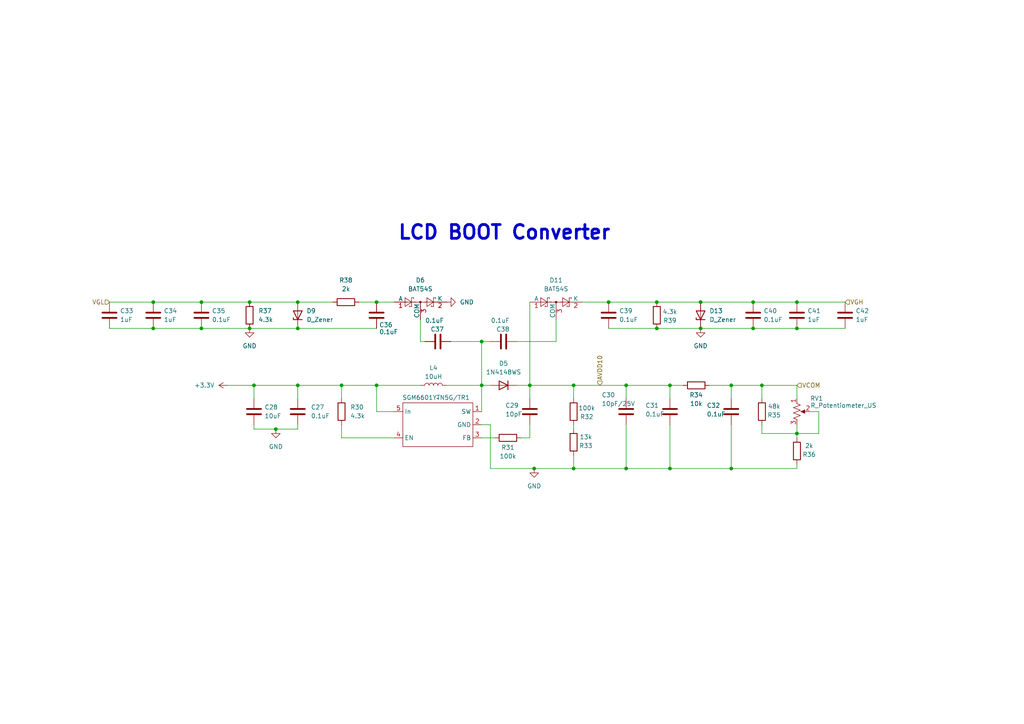
<source format=kicad_sch>
(kicad_sch (version 20231120) (generator "eeschema") (generator_version "8.0")
  (paper "A4")
  (lib_symbols
    (symbol "Device:C" (pin_numbers hide) (pin_names (offset 0.254))
      (property "Reference" "C" (at 0.635 2.54 0))
      (property "Value" "C" (at 0.635 -2.54 0))
      (symbol "C_0_1"
        (polyline (pts (xy -2.032 -0.762) (xy 2.032 -0.762)) (stroke (width 0.508)))
        (polyline (pts (xy -2.032 0.762) (xy 2.032 0.762)) (stroke (width 0.508)))
      )
      (symbol "C_1_1"
        (pin passive line (at 0 3.81 270) (length 2.794) (name "~") (number "1"))
        (pin passive line (at 0 -3.81 90) (length 2.794) (name "~") (number "2"))
      )
    )
    (symbol "Device:D_Zener" (pin_numbers hide) (pin_names (offset 1.016) hide)
      (property "Reference" "D" (at 0 2.54 0))
      (property "Value" "D_Zener" (at 0 -2.54 0))
      (symbol "D_Zener_0_1"
        (polyline (pts (xy 1.27 0) (xy -1.27 0)))
        (polyline (pts (xy -1.27 -1.27) (xy -1.27 1.27) (xy -0.762 1.27)) (stroke (width 0.254)))
        (polyline (pts (xy 1.27 -1.27) (xy 1.27 1.27) (xy -1.27 0) (xy 1.27 -1.27)) (stroke (width 0.254)))
      )
      (symbol "D_Zener_1_1"
        (pin passive line (at -3.81 0 0) (length 2.54) (name "K") (number "1"))
        (pin passive line (at 3.81 0 180) (length 2.54) (name "A") (number "2"))
      )
    )
    (symbol "Device:L" (pin_numbers hide) (pin_names (offset 1.016) hide)
      (property "Reference" "L" (at -1.27 0 90))
      (property "Value" "L" (at 1.905 0 90))
      (symbol "L_0_1"
        (arc (start 0 -2.54) (mid 0.6323 -1.905) (end 0 -1.27))
        (arc (start 0 -1.27) (mid 0.6323 -0.635) (end 0 0))
        (arc (start 0 0) (mid 0.6323 0.635) (end 0 1.27))
        (arc (start 0 1.27) (mid 0.6323 1.905) (end 0 2.54))
      )
      (symbol "L_1_1"
        (pin passive line (at 0 3.81 270) (length 1.27) (name "1") (number "1"))
        (pin passive line (at 0 -3.81 90) (length 1.27) (name "2") (number "2"))
      )
    )
    (symbol "Device:R" (pin_numbers hide) (pin_names (offset 0))
      (property "Reference" "R" (at 2.032 0 90))
      (property "Value" "R" (at 0 0 90))
      (symbol "R_0_1"
        (rectangle (start -1.016 -2.54) (end 1.016 2.54) (stroke (width 0.254)))
      )
      (symbol "R_1_1"
        (pin passive line (at 0 3.81 270) (length 1.27) (name "~") (number "1"))
        (pin passive line (at 0 -3.81 90) (length 1.27) (name "~") (number "2"))
      )
    )
    (symbol "Device:R_Potentiometer_US" (pin_names (offset 1.016) hide)
      (property "Reference" "RV" (at -4.445 0 90))
      (property "Value" "R_Potentiometer_US" (at -2.54 0 90))
      (symbol "R_Potentiometer_US_0_1"
        (polyline (pts (xy 0 -2.286) (xy 0 -2.54)))
        (polyline (pts (xy 0 2.54) (xy 0 2.286)))
        (polyline (pts (xy 2.54 0) (xy 1.524 0)))
        (polyline (pts (xy 1.143 0) (xy 2.286 0.508) (xy 2.286 -0.508) (xy 1.143 0)) (fill (type outline)))
        (polyline (pts (xy 0 -0.762) (xy 1.016 -1.143) (xy 0 -1.524) (xy -1.016 -1.905) (xy 0 -2.286)))
        (polyline (pts (xy 0 0.762) (xy 1.016 0.381) (xy 0 0) (xy -1.016 -0.381) (xy 0 -0.762)))
        (polyline (pts (xy 0 2.286) (xy 1.016 1.905) (xy 0 1.524) (xy -1.016 1.143) (xy 0 0.762)))
      )
      (symbol "R_Potentiometer_US_1_1"
        (pin passive line (at 0 3.81 270) (length 1.27) (name "1") (number "1"))
        (pin passive line (at 3.81 0 180) (length 1.27) (name "2") (number "2"))
        (pin passive line (at 0 -3.81 90) (length 1.27) (name "3") (number "3"))
      )
    )
    (symbol "Diode:1N4148WS" (pin_numbers hide) (pin_names hide)
      (property "Reference" "D" (at 0 2.54 0))
      (property "Value" "1N4148WS" (at 0 -2.54 0))
      (symbol "1N4148WS_0_1"
        (polyline (pts (xy -1.27 1.27) (xy -1.27 -1.27)) (stroke (width 0.254)))
        (polyline (pts (xy 1.27 0) (xy -1.27 0)))
        (polyline (pts (xy 1.27 1.27) (xy 1.27 -1.27) (xy -1.27 0) (xy 1.27 1.27)) (stroke (width 0.254)))
      )
      (symbol "1N4148WS_1_1"
        (pin passive line (at -3.81 0 0) (length 2.54) (name "K") (number "1"))
        (pin passive line (at 3.81 0 180) (length 2.54) (name "A") (number "2"))
      )
    )
    (symbol "Diode:BAT54S" (pin_names (offset 0))
      (property "Reference" "D" (at 2.54 -5.08 0))
      (property "Value" "BAT54S" (at -6.35 3.175 0))
      (symbol "BAT54S_0_1"
        (polyline (pts (xy -3.81 0) (xy -1.27 0)))
        (polyline (pts (xy -3.175 -1.27) (xy -3.175 -1.016)))
        (polyline (pts (xy -2.54 -1.27) (xy -3.175 -1.27)))
        (polyline (pts (xy -2.54 -1.27) (xy -2.54 1.27)))
        (polyline (pts (xy -2.54 1.27) (xy -1.905 1.27)))
        (polyline (pts (xy -1.905 0) (xy 1.905 0)))
        (polyline (pts (xy -1.905 1.27) (xy -1.905 1.016)))
        (polyline (pts (xy 1.27 0) (xy 3.81 0)))
        (polyline (pts (xy 3.175 -1.27) (xy 3.175 -1.016)))
        (polyline (pts (xy 3.81 -1.27) (xy 3.175 -1.27)))
        (polyline (pts (xy 3.81 -1.27) (xy 3.81 1.27)))
        (polyline (pts (xy 3.81 1.27) (xy 4.445 1.27)))
        (polyline (pts (xy 4.445 1.27) (xy 4.445 1.016)))
        (polyline (pts (xy -4.445 1.27) (xy -4.445 -1.27) (xy -2.54 0) (xy -4.445 1.27)))
        (polyline (pts (xy 1.905 1.27) (xy 1.905 -1.27) (xy 3.81 0) (xy 1.905 1.27)))
        (circle (center 0 0) (radius 0.254) (fill (type outline)))
      )
      (symbol "BAT54S_1_1"
        (pin passive line (at -7.62 0 0) (length 3.81) (name "A") (number "1"))
        (pin passive line (at 7.62 0 180) (length 3.81) (name "K") (number "2"))
        (pin passive line (at 0 -5.08 90) (length 5.08) (name "COM") (number "3"))
      )
    )
    (symbol "boot converter-LCD:SGM6601YTN5G/TR"
      (property "Reference" "SGM6601YTN5G/TR" (at 0 2.286 0))
      (symbol "SGM6601YTN5G/TR_0_1"
        (rectangle (start -10.16 0) (end 10.16 -12.7))
      )
      (symbol "SGM6601YTN5G/TR_1_1"
        (pin input line (at 12.7 -2.54 180) (length 2.54) (name "SW") (number "1"))
        (pin input line (at 12.7 -6.35 180) (length 2.54) (name "GND") (number "2"))
        (pin input line (at 12.7 -10.16 180) (length 2.54) (name "FB") (number "3"))
        (pin input line (at -12.7 -10.16 0) (length 2.54) (name "EN") (number "4"))
        (pin input line (at -12.7 -2.54 0) (length 2.54) (name "In") (number "5"))
      )
    )
    (symbol "power:+3.3V" (power) (pin_numbers hide) (pin_names (offset 0) hide)
      (property "Value" "+3.3V" (at 0 3.556 0))
      (symbol "+3.3V_0_1"
        (polyline (pts (xy -0.762 1.27) (xy 0 2.54)))
        (polyline (pts (xy 0 0) (xy 0 2.54)))
        (polyline (pts (xy 0 2.54) (xy 0.762 1.27)))
      )
      (symbol "+3.3V_1_1"
        (pin power_in line (at 0 0 90) (length 0) (name "~") (number "1"))
      )
    )
    (symbol "power:GND" (power) (pin_numbers hide) (pin_names (offset 0) hide)
      (property "Value" "GND" (at 0 -3.81 0))
      (symbol "GND_0_1"
        (polyline (pts (xy 0 0) (xy 0 -1.27) (xy 1.27 -1.27) (xy 0 -2.54) (xy -1.27 -1.27) (xy 0 -1.27)))
      )
      (symbol "GND_1_1"
        (pin power_in line (at 0 0 270) (length 0) (name "~") (number "1"))
      )
    )
  )
  (junction (at 181.61 135.89))
  (junction (at 190.5 87.63))
  (junction (at 72.39 87.63))
  (junction (at 153.67 111.76))
  (junction (at 190.5 95.25))
  (junction (at 86.36 87.63))
  (junction (at 99.06 111.76))
  (junction (at 80.01 124.46))
  (junction (at 58.42 95.25))
  (junction (at 212.09 135.89))
  (junction (at 220.98 111.76))
  (junction (at 231.14 87.63))
  (junction (at 231.14 125.73))
  (junction (at 58.42 87.63))
  (junction (at 166.37 111.76))
  (junction (at 212.09 111.76))
  (junction (at 231.14 95.25))
  (junction (at 203.2 95.25))
  (junction (at 73.66 111.76))
  (junction (at 203.2 87.63))
  (junction (at 44.45 95.25))
  (junction (at 154.94 135.89))
  (junction (at 166.37 135.89))
  (junction (at 86.36 111.76))
  (junction (at 176.53 87.63))
  (junction (at 109.22 87.63))
  (junction (at 109.22 111.76))
  (junction (at 194.31 111.76))
  (junction (at 218.44 87.63))
  (junction (at 86.36 95.25))
  (junction (at 44.45 87.63))
  (junction (at 139.7 111.76))
  (junction (at 72.39 95.25))
  (junction (at 194.31 135.89))
  (junction (at 181.61 111.76))
  (junction (at 218.44 95.25))
  (junction (at 139.7 99.06))
  (wire (pts (xy 142.24 123.19) (xy 142.24 135.89)))
  (wire (pts (xy 86.36 87.63) (xy 96.52 87.63)))
  (wire (pts (xy 231.14 134.62) (xy 231.14 135.89)))
  (wire (pts (xy 99.06 111.76) (xy 109.22 111.76)))
  (wire (pts (xy 86.36 111.76) (xy 99.06 111.76)))
  (wire (pts (xy 139.7 111.76) (xy 142.24 111.76)))
  (wire (pts (xy 73.66 123.19) (xy 73.66 124.46)))
  (wire (pts (xy 154.94 135.89) (xy 166.37 135.89)))
  (wire (pts (xy 73.66 124.46) (xy 80.01 124.46)))
  (wire (pts (xy 151.13 127) (xy 153.67 127)))
  (wire (pts (xy 176.53 87.63) (xy 190.5 87.63)))
  (wire (pts (xy 234.95 119.38) (xy 237.49 119.38)))
  (wire (pts (xy 231.14 135.89) (xy 212.09 135.89)))
  (wire (pts (xy 142.24 99.06) (xy 139.7 99.06)))
  (wire (pts (xy 168.91 87.63) (xy 176.53 87.63)))
  (wire (pts (xy 139.7 123.19) (xy 142.24 123.19)))
  (wire (pts (xy 220.98 115.57) (xy 220.98 111.76)))
  (wire (pts (xy 181.61 111.76) (xy 194.31 111.76)))
  (wire (pts (xy 99.06 127) (xy 114.3 127)))
  (wire (pts (xy 31.75 87.63) (xy 44.45 87.63)))
  (wire (pts (xy 153.67 111.76) (xy 166.37 111.76)))
  (wire (pts (xy 166.37 135.89) (xy 181.61 135.89)))
  (wire (pts (xy 220.98 111.76) (xy 231.14 111.76)))
  (wire (pts (xy 58.42 95.25) (xy 72.39 95.25)))
  (wire (pts (xy 129.54 111.76) (xy 139.7 111.76)))
  (wire (pts (xy 176.53 95.25) (xy 190.5 95.25)))
  (wire (pts (xy 212.09 111.76) (xy 212.09 115.57)))
  (wire (pts (xy 181.61 135.89) (xy 194.31 135.89)))
  (wire (pts (xy 139.7 99.06) (xy 139.7 111.76)))
  (wire (pts (xy 86.36 95.25) (xy 109.22 95.25)))
  (wire (pts (xy 203.2 95.25) (xy 218.44 95.25)))
  (wire (pts (xy 44.45 87.63) (xy 58.42 87.63)))
  (wire (pts (xy 231.14 95.25) (xy 245.11 95.25)))
  (wire (pts (xy 99.06 127) (xy 99.06 123.19)))
  (wire (pts (xy 237.49 125.73) (xy 231.14 125.73)))
  (wire (pts (xy 205.74 111.76) (xy 212.09 111.76)))
  (wire (pts (xy 153.67 111.76) (xy 149.86 111.76)))
  (wire (pts (xy 194.31 115.57) (xy 194.31 111.76)))
  (wire (pts (xy 66.04 111.76) (xy 73.66 111.76)))
  (wire (pts (xy 104.14 87.63) (xy 109.22 87.63)))
  (wire (pts (xy 109.22 87.63) (xy 114.3 87.63)))
  (wire (pts (xy 86.36 115.57) (xy 86.36 111.76)))
  (wire (pts (xy 218.44 87.63) (xy 231.14 87.63)))
  (wire (pts (xy 166.37 123.19) (xy 166.37 124.46)))
  (wire (pts (xy 142.24 135.89) (xy 154.94 135.89)))
  (wire (pts (xy 181.61 111.76) (xy 166.37 111.76)))
  (wire (pts (xy 203.2 87.63) (xy 218.44 87.63)))
  (wire (pts (xy 153.67 87.63) (xy 153.67 111.76)))
  (wire (pts (xy 190.5 87.63) (xy 203.2 87.63)))
  (wire (pts (xy 72.39 95.25) (xy 86.36 95.25)))
  (wire (pts (xy 153.67 127) (xy 153.67 123.19)))
  (wire (pts (xy 121.92 99.06) (xy 121.92 92.71)))
  (wire (pts (xy 139.7 111.76) (xy 139.7 119.38)))
  (wire (pts (xy 220.98 111.76) (xy 212.09 111.76)))
  (wire (pts (xy 123.19 99.06) (xy 121.92 99.06)))
  (wire (pts (xy 231.14 125.73) (xy 231.14 123.19)))
  (wire (pts (xy 99.06 115.57) (xy 99.06 111.76)))
  (wire (pts (xy 86.36 124.46) (xy 86.36 123.19)))
  (wire (pts (xy 231.14 127) (xy 231.14 125.73)))
  (wire (pts (xy 73.66 111.76) (xy 73.66 115.57)))
  (wire (pts (xy 109.22 111.76) (xy 121.92 111.76)))
  (wire (pts (xy 114.3 119.38) (xy 109.22 119.38)))
  (wire (pts (xy 237.49 119.38) (xy 237.49 125.73)))
  (wire (pts (xy 181.61 123.19) (xy 181.61 135.89)))
  (wire (pts (xy 212.09 123.19) (xy 212.09 135.89)))
  (wire (pts (xy 190.5 95.25) (xy 203.2 95.25)))
  (wire (pts (xy 194.31 123.19) (xy 194.31 135.89)))
  (wire (pts (xy 181.61 115.57) (xy 181.61 111.76)))
  (wire (pts (xy 143.51 127) (xy 139.7 127)))
  (wire (pts (xy 194.31 111.76) (xy 198.12 111.76)))
  (wire (pts (xy 220.98 125.73) (xy 231.14 125.73)))
  (wire (pts (xy 80.01 124.46) (xy 86.36 124.46)))
  (wire (pts (xy 31.75 95.25) (xy 44.45 95.25)))
  (wire (pts (xy 220.98 125.73) (xy 220.98 123.19)))
  (wire (pts (xy 109.22 119.38) (xy 109.22 111.76)))
  (wire (pts (xy 231.14 111.76) (xy 231.14 115.57)))
  (wire (pts (xy 212.09 135.89) (xy 194.31 135.89)))
  (wire (pts (xy 58.42 87.63) (xy 72.39 87.63)))
  (wire (pts (xy 44.45 95.25) (xy 58.42 95.25)))
  (wire (pts (xy 166.37 132.08) (xy 166.37 135.89)))
  (wire (pts (xy 166.37 115.57) (xy 166.37 111.76)))
  (wire (pts (xy 73.66 111.76) (xy 86.36 111.76)))
  (wire (pts (xy 161.29 99.06) (xy 161.29 92.71)))
  (wire (pts (xy 231.14 87.63) (xy 245.11 87.63)))
  (wire (pts (xy 72.39 87.63) (xy 86.36 87.63)))
  (wire (pts (xy 130.81 99.06) (xy 139.7 99.06)))
  (wire (pts (xy 218.44 95.25) (xy 231.14 95.25)))
  (wire (pts (xy 153.67 111.76) (xy 153.67 115.57)))
  (wire (pts (xy 149.86 99.06) (xy 161.29 99.06)))
  (text "LCD BOOT Converter " (at 147.828 67.564 0) (effects (font (size 4 4) (thickness 0.8) (bold yes))))
  (hierarchical_label "VGL" (shape input) (at 31.75 87.63 180))
  (hierarchical_label "AVDD10" (shape input) (at 173.99 111.76 90))
  (hierarchical_label "VCOM" (shape input) (at 231.14 111.76 0))
  (hierarchical_label "VGH" (shape input) (at 245.11 87.63 0))
  (symbol (lib_id "power:GND") (at 129.54 87.63 90) (unit 1)
    (property "Reference" "#PWR066" (effects (hide yes)))
    (property "Value" "GND" (at 133.35 87.6299 90) (effects (justify right)))
    (property "Description" "Power symbol creates a global label with name \"GND\" , ground" (effects (hide yes)))
  )
  (symbol (lib_id "Device:R") (at 220.98 119.38 180) (unit 1)
    (property "Reference" "R35" (at 224.536 120.396 0))
    (property "Value" "48k" (at 224.536 117.856 0))
    (property "Description" "Resistor" (effects (hide yes)))
  )
  (symbol (lib_id "power:GND") (at 203.2 95.25 0) (unit 1)
    (property "Reference" "#PWR068" (effects (hide yes)))
    (property "Value" "GND" (at 203.2 100.33 0))
    (property "Description" "Power symbol creates a global label with name \"GND\" , ground" (effects (hide yes)))
  )
  (symbol (lib_id "Device:C") (at 153.67 119.38 0) (unit 1)
    (property "Reference" "C29" (at 146.558 117.602 0) (effects (justify left)))
    (property "Value" "10pF" (at 146.558 120.142 0) (effects (justify left)))
    (property "Description" "Unpolarized capacitor" (effects (hide yes)))
  )
  (symbol (lib_id "Device:C") (at 127 99.06 90) (unit 1)
    (property "Reference" "C37" (at 128.778 95.504 90) (effects (justify left)))
    (property "Value" "0.1uF" (at 128.778 92.964 90) (effects (justify left)))
    (property "Description" "Unpolarized capacitor" (effects (hide yes)))
  )
  (symbol (lib_id "Device:R_Potentiometer_US") (at 231.14 119.38 0) (unit 1)
    (property "Reference" "RV1" (at 238.76 115.57 0) (effects (justify right)))
    (property "Value" "R_Potentiometer_US" (at 254.254 117.602 0) (effects (justify right)))
    (property "Description" "Potentiometer, US symbol" (effects (hide yes)))
  )
  (symbol (lib_id "Device:C") (at 86.36 119.38 0) (unit 1)
    (property "Reference" "C27" (at 90.17 118.1099 0) (effects (justify left)))
    (property "Value" "0.1uF" (at 90.17 120.6499 0) (effects (justify left)))
    (property "Description" "Unpolarized capacitor" (effects (hide yes)))
  )
  (symbol (lib_id "Device:L") (at 125.73 111.76 90) (unit 1)
    (property "Reference" "L4" (at 125.73 106.68 90))
    (property "Value" "10uH" (at 125.73 109.22 90))
    (property "Description" "Inductor" (effects (hide yes)))
  )
  (symbol (lib_id "power:GND") (at 154.94 135.89 0) (unit 1)
    (property "Reference" "#PWR065" (effects (hide yes)))
    (property "Value" "GND" (at 154.94 140.97 0))
    (property "Description" "Power symbol creates a global label with name \"GND\" , ground" (effects (hide yes)))
  )
  (symbol (lib_id "Device:C") (at 176.53 91.44 0) (unit 1)
    (property "Reference" "C39" (at 179.578 90.17 0) (effects (justify left)))
    (property "Value" "0.1uF" (at 179.578 92.71 0) (effects (justify left)))
    (property "Description" "Unpolarized capacitor" (effects (hide yes)))
  )
  (symbol (lib_id "Device:C") (at 31.75 91.44 0) (unit 1)
    (property "Reference" "C33" (at 34.798 90.17 0) (effects (justify left)))
    (property "Value" "1uF" (at 34.798 92.71 0) (effects (justify left)))
    (property "Description" "Unpolarized capacitor" (effects (hide yes)))
  )
  (symbol (lib_id "Device:D_Zener") (at 203.2 91.44 90) (unit 1)
    (property "Reference" "D13" (at 205.74 90.1699 90) (effects (justify right)))
    (property "Value" "D_Zener" (at 205.74 92.7099 90) (effects (justify right)))
    (property "Description" "Zener diode" (effects (hide yes)))
  )
  (symbol (lib_id "Device:C") (at 194.31 119.38 0) (unit 1)
    (property "Reference" "C31" (at 187.198 117.602 0) (effects (justify left)))
    (property "Value" "0.1uF" (at 187.198 120.142 0) (effects (justify left)))
    (property "Description" "Unpolarized capacitor" (effects (hide yes)))
  )
  (symbol (lib_id "Device:R") (at 201.93 111.76 90) (unit 1)
    (property "Reference" "R34" (at 201.93 114.554 90))
    (property "Value" "10k" (at 201.93 117.094 90))
    (property "Description" "Resistor" (effects (hide yes)))
  )
  (symbol (lib_id "power:GND") (at 72.39 95.25 0) (unit 1)
    (property "Reference" "#PWR067" (effects (hide yes)))
    (property "Value" "GND" (at 72.39 100.33 0))
    (property "Description" "Power symbol creates a global label with name \"GND\" , ground" (effects (hide yes)))
  )
  (symbol (lib_id "power:+3.3V") (at 66.04 111.76 90) (unit 1)
    (property "Reference" "#PWR063" (effects (hide yes)))
    (property "Value" "+3.3V" (at 62.23 111.7599 90) (effects (justify left)))
    (property "Description" "Power symbol creates a global label with name \"+3.3V\"" (effects (hide yes)))
  )
  (symbol (lib_id "power:GND") (at 80.01 124.46 0) (unit 1)
    (property "Reference" "#PWR064" (effects (hide yes)))
    (property "Value" "GND" (at 80.01 129.54 0))
    (property "Description" "Power symbol creates a global label with name \"GND\" , ground" (effects (hide yes)))
  )
  (symbol (lib_id "Device:D_Zener") (at 86.36 91.44 90) (unit 1)
    (property "Reference" "D9" (at 88.9 90.1699 90) (effects (justify right)))
    (property "Value" "D_Zener" (at 88.9 92.7099 90) (effects (justify right)))
    (property "Description" "Zener diode" (effects (hide yes)))
  )
  (symbol (lib_id "Device:C") (at 73.66 119.38 0) (unit 1)
    (property "Reference" "C28" (at 76.708 118.11 0) (effects (justify left)))
    (property "Value" "10uF" (at 76.708 120.65 0) (effects (justify left)))
    (property "Description" "Unpolarized capacitor" (effects (hide yes)))
  )
  (symbol (lib_id "Device:R") (at 99.06 119.38 0) (unit 1)
    (property "Reference" "R30" (at 101.6 118.1099 0) (effects (justify left)))
    (property "Value" "4.3k" (at 101.6 120.6499 0) (effects (justify left)))
    (property "Description" "Resistor" (effects (hide yes)))
  )
  (symbol (lib_id "Diode:BAT54S") (at 161.29 87.63 0) (unit 1)
    (property "Reference" "D11" (at 161.29 81.28 0))
    (property "Value" "BAT54S" (at 161.29 83.82 0))
    (property "Footprint" "Package_TO_SOT_SMD:SOT-23" (effects (hide yes)))
    (property "Datasheet" "https://www.diodes.com/assets/Datasheets/ds11005.pdf" (effects (hide yes)))
    (property "Description" "Vr 30V, If 200mA, Dual schottky barrier diode, in series, SOT-323" (effects (hide yes)))
  )
  (symbol (lib_id "Device:C") (at 231.14 91.44 0) (unit 1)
    (property "Reference" "C41" (at 234.188 90.17 0) (effects (justify left)))
    (property "Value" "1uF" (at 234.188 92.71 0) (effects (justify left)))
    (property "Description" "Unpolarized capacitor" (effects (hide yes)))
  )
  (symbol (lib_id "Device:C") (at 181.61 119.38 0) (unit 1)
    (property "Reference" "C30" (at 174.498 114.554 0) (effects (justify left)))
    (property "Value" "10pF/25V" (at 174.498 117.094 0) (effects (justify left)))
    (property "Description" "Unpolarized capacitor" (effects (hide yes)))
  )
  (symbol (lib_id "Device:C") (at 109.22 91.44 0) (unit 1)
    (property "Reference" "C36" (at 109.982 94.234 0) (effects (justify left)))
    (property "Value" "0.1uF" (at 109.982 96.266 0) (effects (justify left)))
    (property "Description" "Unpolarized capacitor" (effects (hide yes)))
  )
  (symbol (lib_id "Device:C") (at 245.11 91.44 0) (unit 1)
    (property "Reference" "C42" (at 248.158 90.17 0) (effects (justify left)))
    (property "Value" "1uF" (at 248.158 92.71 0) (effects (justify left)))
    (property "Description" "Unpolarized capacitor" (effects (hide yes)))
  )
  (symbol (lib_id "Device:R") (at 190.5 91.44 180) (unit 1)
    (property "Reference" "R39" (at 194.31 92.964 0))
    (property "Value" "4.3k" (at 194.31 90.424 0))
    (property "Description" "Resistor" (effects (hide yes)))
  )
  (symbol (lib_id "Device:C") (at 44.45 91.44 0) (unit 1)
    (property "Reference" "C34" (at 47.498 90.17 0) (effects (justify left)))
    (property "Value" "1uF" (at 47.498 92.71 0) (effects (justify left)))
    (property "Description" "Unpolarized capacitor" (effects (hide yes)))
  )
  (symbol (lib_id "Device:C") (at 58.42 91.44 0) (unit 1)
    (property "Reference" "C35" (at 61.468 90.17 0) (effects (justify left)))
    (property "Value" "0.1uF" (at 61.468 92.71 0) (effects (justify left)))
    (property "Description" "Unpolarized capacitor" (effects (hide yes)))
  )
  (symbol (lib_id "Device:C") (at 212.09 119.38 0) (unit 1)
    (property "Reference" "C32" (at 204.978 117.602 0) (effects (justify left)))
    (property "Value" "0.1uF" (at 204.978 120.142 0) (effects (justify left)))
    (property "Description" "Unpolarized capacitor" (effects (hide yes)))
  )
  (symbol (lib_id "Device:R") (at 166.37 128.27 180) (unit 1)
    (property "Reference" "R33" (at 169.926 129.286 0))
    (property "Value" "13k" (at 169.926 126.746 0))
    (property "Description" "Resistor" (effects (hide yes)))
  )
  (symbol (lib_id "Device:R") (at 166.37 119.38 180) (unit 1)
    (property "Reference" "R32" (at 170.18 120.904 0))
    (property "Value" "100k" (at 170.18 118.364 0))
    (property "Description" "Resistor" (effects (hide yes)))
  )
  (symbol (lib_id "Device:C") (at 218.44 91.44 0) (unit 1)
    (property "Reference" "C40" (at 221.488 90.17 0) (effects (justify left)))
    (property "Value" "0.1uF" (at 221.488 92.71 0) (effects (justify left)))
    (property "Description" "Unpolarized capacitor" (effects (hide yes)))
  )
  (symbol (lib_id "Device:C") (at 146.05 99.06 90) (unit 1)
    (property "Reference" "C38" (at 147.828 95.504 90) (effects (justify left)))
    (property "Value" "0.1uF" (at 147.828 92.964 90) (effects (justify left)))
    (property "Description" "Unpolarized capacitor" (effects (hide yes)))
  )
  (symbol (lib_id "Device:R") (at 231.14 130.81 180) (unit 1)
    (property "Reference" "R36" (at 234.696 131.826 0))
    (property "Value" "2k" (at 234.696 129.286 0))
    (property "Description" "Resistor" (effects (hide yes)))
  )
  (symbol (lib_id "Device:R") (at 147.32 127 90) (unit 1)
    (property "Reference" "R31" (at 147.32 129.794 90))
    (property "Value" "100k" (at 147.32 132.334 90))
    (property "Description" "Resistor" (effects (hide yes)))
  )
  (symbol (lib_id "Device:R") (at 72.39 91.44 0) (unit 1)
    (property "Reference" "R37" (at 74.93 90.1699 0) (effects (justify left)))
    (property "Value" "4.3k" (at 74.93 92.7099 0) (effects (justify left)))
    (property "Description" "Resistor" (effects (hide yes)))
  )
  (symbol (lib_id "Diode:1N4148WS") (at 146.05 111.76 180) (unit 1)
    (property "Reference" "D5" (at 146.05 105.41 0))
    (property "Value" "1N4148WS" (at 146.05 107.95 0))
    (property "Footprint" "Diode_SMD:D_SOD-323" (effects (hide yes)))
    (property "Datasheet" "https://www.vishay.com/docs/85751/1n4148ws.pdf" (effects (hide yes)))
    (property "Description" "75V 0.15A Fast switching Diode, SOD-323" (effects (hide yes)))
    (property "Sim.Device" "D" (effects (hide yes)))
    (property "Sim.Pins" "1=K 2=A" (effects (hide yes)))
  )
  (symbol (lib_id "boot converter-LCD:SGM6601YTN5G/TR") (at 127 116.84 0) (unit 1)
    (property "Reference" "SGM6601YTN5G/TR1" (at 126.492 115.316 0))
    (property "Value" "~" (at 127 115.57 0))
  )
  (symbol (lib_id "Diode:BAT54S") (at 121.92 87.63 0) (unit 1)
    (property "Reference" "D6" (at 121.92 81.28 0))
    (property "Value" "BAT54S" (at 121.92 83.82 0))
    (property "Footprint" "Package_TO_SOT_SMD:SOT-23" (effects (hide yes)))
    (property "Datasheet" "https://www.diodes.com/assets/Datasheets/ds11005.pdf" (effects (hide yes)))
    (property "Description" "Vr 30V, If 200mA, Dual schottky barrier diode, in series, SOT-323" (effects (hide yes)))
  )
  (symbol (lib_id "Device:R") (at 100.33 87.63 90) (unit 1)
    (property "Reference" "R38" (at 100.33 81.28 90))
    (property "Value" "2k" (at 100.33 83.82 90))
    (property "Description" "Resistor" (effects (hide yes)))
  )
)
</source>
